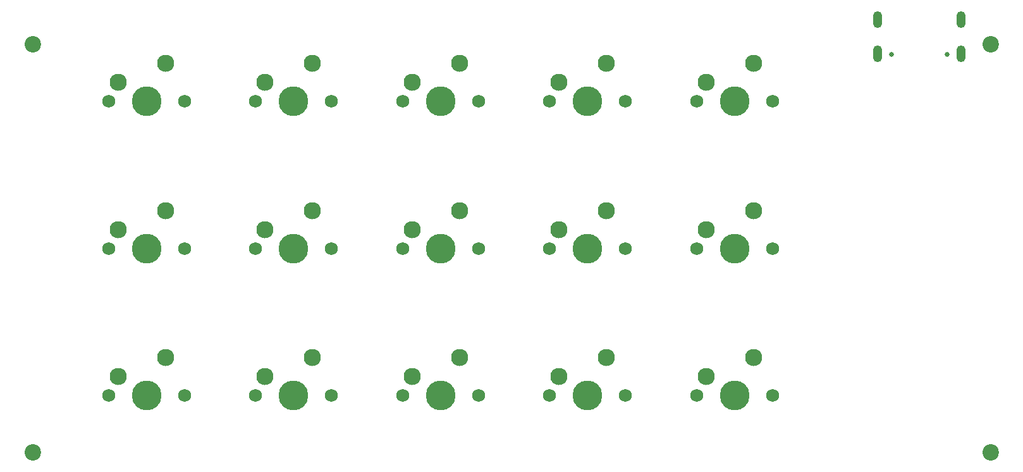
<source format=gbs>
%TF.GenerationSoftware,KiCad,Pcbnew,(6.0.7)*%
%TF.CreationDate,2023-02-20T15:38:16+01:00*%
%TF.ProjectId,Soundboard,536f756e-6462-46f6-9172-642e6b696361,rev?*%
%TF.SameCoordinates,Original*%
%TF.FileFunction,Soldermask,Bot*%
%TF.FilePolarity,Negative*%
%FSLAX46Y46*%
G04 Gerber Fmt 4.6, Leading zero omitted, Abs format (unit mm)*
G04 Created by KiCad (PCBNEW (6.0.7)) date 2023-02-20 15:38:16*
%MOMM*%
%LPD*%
G01*
G04 APERTURE LIST*
%ADD10C,1.750000*%
%ADD11C,3.987800*%
%ADD12C,2.300000*%
%ADD13C,2.200000*%
%ADD14C,0.650000*%
%ADD15O,1.200000X2.250000*%
G04 APERTURE END LIST*
D10*
%TO.C,SW1*%
X42545000Y-35560000D03*
D11*
X37465000Y-35560000D03*
D10*
X32385000Y-35560000D03*
D12*
X33655000Y-33020000D03*
X40005000Y-30480000D03*
%TD*%
D10*
%TO.C,SW6*%
X42545000Y-55245000D03*
X32385000Y-55245000D03*
D11*
X37465000Y-55245000D03*
D12*
X33655000Y-52705000D03*
X40005000Y-50165000D03*
%TD*%
D11*
%TO.C,SW2*%
X57150000Y-35560000D03*
D10*
X52070000Y-35560000D03*
X62230000Y-35560000D03*
D12*
X53340000Y-33020000D03*
X59690000Y-30480000D03*
%TD*%
D10*
%TO.C,SW5*%
X111125000Y-35560000D03*
D11*
X116205000Y-35560000D03*
D10*
X121285000Y-35560000D03*
D12*
X112395000Y-33020000D03*
X118745000Y-30480000D03*
%TD*%
D10*
%TO.C,SW14*%
X101600000Y-74930000D03*
D11*
X96520000Y-74930000D03*
D10*
X91440000Y-74930000D03*
D12*
X92710000Y-72390000D03*
X99060000Y-69850000D03*
%TD*%
D13*
%TO.C,REFM4*%
X150495000Y-82550000D03*
%TD*%
%TO.C,REFM2*%
X150495000Y-27940000D03*
%TD*%
%TO.C,REFM1*%
X22225000Y-27940000D03*
%TD*%
D10*
%TO.C,SW8*%
X71755000Y-55245000D03*
D11*
X76835000Y-55245000D03*
D10*
X81915000Y-55245000D03*
D12*
X73025000Y-52705000D03*
X79375000Y-50165000D03*
%TD*%
D10*
%TO.C,SW9*%
X101600000Y-55245000D03*
D11*
X96520000Y-55245000D03*
D10*
X91440000Y-55245000D03*
D12*
X92710000Y-52705000D03*
X99060000Y-50165000D03*
%TD*%
D11*
%TO.C,SW15*%
X116205000Y-74930000D03*
D10*
X111125000Y-74930000D03*
X121285000Y-74930000D03*
D12*
X112395000Y-72390000D03*
X118745000Y-69850000D03*
%TD*%
D10*
%TO.C,SW12*%
X62230000Y-74930000D03*
D11*
X57150000Y-74930000D03*
D10*
X52070000Y-74930000D03*
D12*
X53340000Y-72390000D03*
X59690000Y-69850000D03*
%TD*%
D10*
%TO.C,SW13*%
X71755000Y-74930000D03*
X81915000Y-74930000D03*
D11*
X76835000Y-74930000D03*
D12*
X73025000Y-72390000D03*
X79375000Y-69850000D03*
%TD*%
D10*
%TO.C,SW4*%
X91440000Y-35560000D03*
X101600000Y-35560000D03*
D11*
X96520000Y-35560000D03*
D12*
X92710000Y-33020000D03*
X99060000Y-30480000D03*
%TD*%
D14*
%TO.C,J1*%
X137210000Y-29272500D03*
X144710000Y-29272500D03*
D15*
X146555000Y-24592500D03*
X146535000Y-29192500D03*
X135385000Y-29192500D03*
X135405000Y-24592500D03*
%TD*%
D11*
%TO.C,SW11*%
X37465000Y-74930000D03*
D10*
X42545000Y-74930000D03*
X32385000Y-74930000D03*
D12*
X33655000Y-72390000D03*
X40005000Y-69850000D03*
%TD*%
D10*
%TO.C,SW10*%
X111125000Y-55245000D03*
X121285000Y-55245000D03*
D11*
X116205000Y-55245000D03*
D12*
X112395000Y-52705000D03*
X118745000Y-50165000D03*
%TD*%
D11*
%TO.C,SW7*%
X57150000Y-55245000D03*
D10*
X62230000Y-55245000D03*
X52070000Y-55245000D03*
D12*
X53340000Y-52705000D03*
X59690000Y-50165000D03*
%TD*%
D10*
%TO.C,SW3*%
X81915000Y-35560000D03*
X71755000Y-35560000D03*
D11*
X76835000Y-35560000D03*
D12*
X73025000Y-33020000D03*
X79375000Y-30480000D03*
%TD*%
D13*
%TO.C,REFM3*%
X22225000Y-82550000D03*
%TD*%
M02*

</source>
